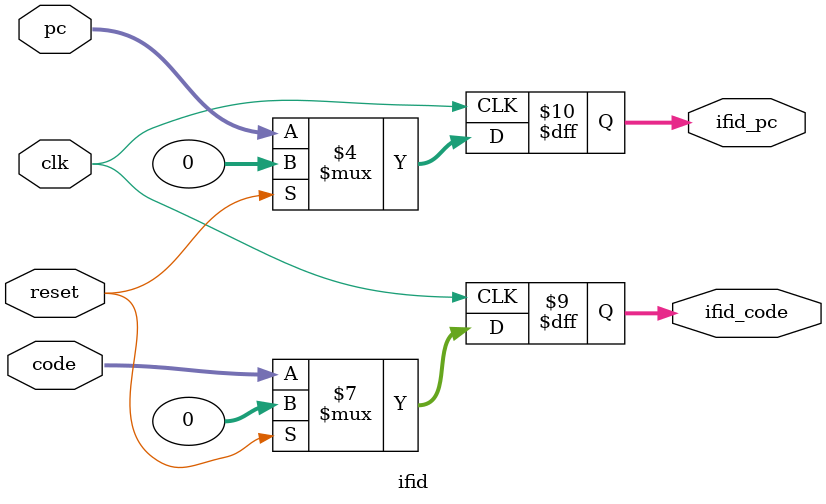
<source format=v>
`timescale 1ns / 1ps
module ifid(
    input clk,
    input reset,
    input [31:0] code,
    input [31:0] pc,
    output reg [31:0] ifid_code,
    output reg [31:0] ifid_pc
    );
    
     always @ (posedge clk)
     begin
      if (reset ==1 )
      begin
       ifid_code <= 32'b0;
       ifid_pc <= 32'b0;
      end 
      else
      begin
       ifid_code <= code; 
       ifid_pc <= pc;
      end 
     end
     
endmodule

</source>
